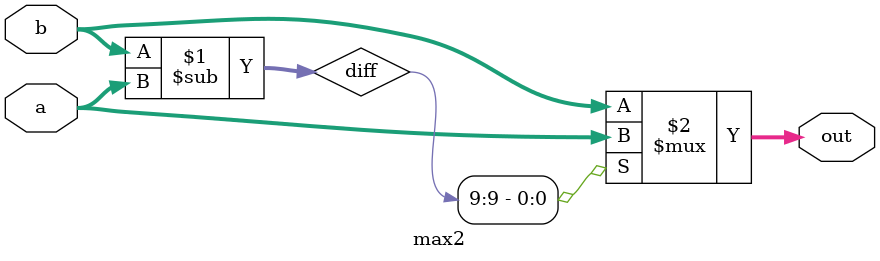
<source format=v>
 `timescale 1 ns/100 ps	// time unit = 1ns; precision = 1/10 ns
 /* max2
  * max2.v
  *
  * Combinational logic to select the larger signal of the two
  */
module max2 (
    a,
    b,
    out
);
    parameter WIDTH = 10;
    
    input   [WIDTH-1:0] a;
    input   [WIDTH-1:0] b;
    output  [WIDTH-1:0] out;
	
	wire    [WIDTH-1:0] diff = b-a;
    
    assign out = (diff[WIDTH-1]) ? a : b;
endmodule

</source>
